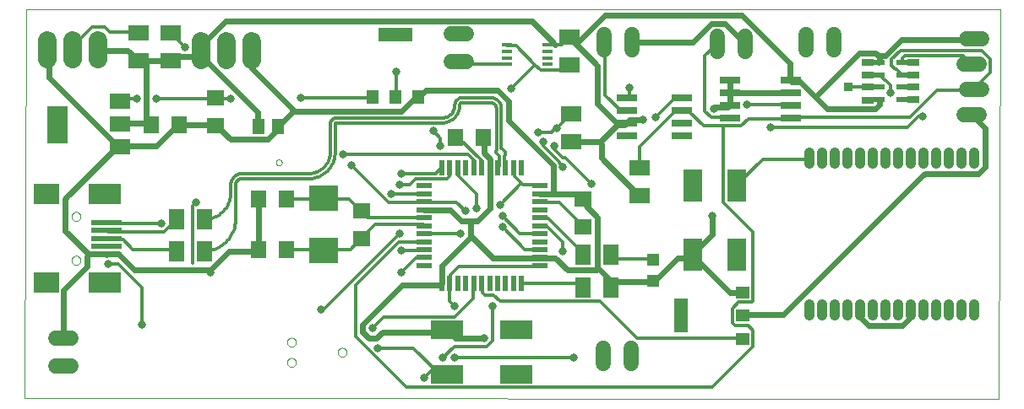
<source format=gtl>
G75*
%MOIN*%
%OFA0B0*%
%FSLAX24Y24*%
%IPPOS*%
%LPD*%
%AMOC8*
5,1,8,0,0,1.08239X$1,22.5*
%
%ADD10C,0.0000*%
%ADD11R,0.0512X0.0591*%
%ADD12R,0.0709X0.0630*%
%ADD13R,0.0197X0.0591*%
%ADD14R,0.0591X0.0197*%
%ADD15R,0.1250X0.0750*%
%ADD16R,0.0630X0.0709*%
%ADD17R,0.0710X0.0630*%
%ADD18R,0.1181X0.0984*%
%ADD19R,0.0984X0.0787*%
%ADD20R,0.1299X0.0787*%
%ADD21R,0.1220X0.0197*%
%ADD22R,0.0630X0.0787*%
%ADD23R,0.0790X0.0590*%
%ADD24R,0.0790X0.1500*%
%ADD25R,0.0750X0.1250*%
%ADD26C,0.0600*%
%ADD27R,0.0787X0.0630*%
%ADD28R,0.0800X0.0260*%
%ADD29R,0.0551X0.0472*%
%ADD30R,0.0551X0.1378*%
%ADD31R,0.0472X0.0551*%
%ADD32R,0.1378X0.0551*%
%ADD33R,0.0394X0.0177*%
%ADD34C,0.0413*%
%ADD35R,0.0472X0.0197*%
%ADD36R,0.0500X0.0250*%
%ADD37R,0.0472X0.0472*%
%ADD38C,0.0740*%
%ADD39C,0.0240*%
%ADD40C,0.0317*%
%ADD41C,0.0120*%
%ADD42R,0.0317X0.0317*%
D10*
X003060Y000249D02*
X003140Y015625D01*
X041550Y015625D01*
X041510Y000209D01*
X003060Y000249D01*
X004923Y005702D02*
X004925Y005728D01*
X004931Y005754D01*
X004941Y005779D01*
X004954Y005802D01*
X004970Y005822D01*
X004990Y005840D01*
X005012Y005855D01*
X005035Y005867D01*
X005061Y005875D01*
X005087Y005879D01*
X005113Y005879D01*
X005139Y005875D01*
X005165Y005867D01*
X005189Y005855D01*
X005210Y005840D01*
X005230Y005822D01*
X005246Y005802D01*
X005259Y005779D01*
X005269Y005754D01*
X005275Y005728D01*
X005277Y005702D01*
X005275Y005676D01*
X005269Y005650D01*
X005259Y005625D01*
X005246Y005602D01*
X005230Y005582D01*
X005210Y005564D01*
X005188Y005549D01*
X005165Y005537D01*
X005139Y005529D01*
X005113Y005525D01*
X005087Y005525D01*
X005061Y005529D01*
X005035Y005537D01*
X005011Y005549D01*
X004990Y005564D01*
X004970Y005582D01*
X004954Y005602D01*
X004941Y005625D01*
X004931Y005650D01*
X004925Y005676D01*
X004923Y005702D01*
X004923Y007435D02*
X004925Y007461D01*
X004931Y007487D01*
X004941Y007512D01*
X004954Y007535D01*
X004970Y007555D01*
X004990Y007573D01*
X005012Y007588D01*
X005035Y007600D01*
X005061Y007608D01*
X005087Y007612D01*
X005113Y007612D01*
X005139Y007608D01*
X005165Y007600D01*
X005189Y007588D01*
X005210Y007573D01*
X005230Y007555D01*
X005246Y007535D01*
X005259Y007512D01*
X005269Y007487D01*
X005275Y007461D01*
X005277Y007435D01*
X005275Y007409D01*
X005269Y007383D01*
X005259Y007358D01*
X005246Y007335D01*
X005230Y007315D01*
X005210Y007297D01*
X005188Y007282D01*
X005165Y007270D01*
X005139Y007262D01*
X005113Y007258D01*
X005087Y007258D01*
X005061Y007262D01*
X005035Y007270D01*
X005011Y007282D01*
X004990Y007297D01*
X004970Y007315D01*
X004954Y007335D01*
X004941Y007358D01*
X004931Y007383D01*
X004925Y007409D01*
X004923Y007435D01*
X012982Y009569D02*
X012984Y009590D01*
X012990Y009610D01*
X012999Y009630D01*
X013011Y009647D01*
X013026Y009661D01*
X013044Y009673D01*
X013064Y009681D01*
X013084Y009686D01*
X013105Y009687D01*
X013126Y009684D01*
X013146Y009678D01*
X013165Y009667D01*
X013182Y009654D01*
X013195Y009638D01*
X013206Y009620D01*
X013214Y009600D01*
X013218Y009580D01*
X013218Y009558D01*
X013214Y009538D01*
X013206Y009518D01*
X013195Y009500D01*
X013182Y009484D01*
X013165Y009471D01*
X013146Y009460D01*
X013126Y009454D01*
X013105Y009451D01*
X013084Y009452D01*
X013064Y009457D01*
X013044Y009465D01*
X013026Y009477D01*
X013011Y009491D01*
X012999Y009508D01*
X012990Y009528D01*
X012984Y009548D01*
X012982Y009569D01*
X013425Y002469D02*
X013427Y002495D01*
X013433Y002521D01*
X013442Y002545D01*
X013455Y002568D01*
X013472Y002588D01*
X013491Y002606D01*
X013513Y002621D01*
X013536Y002632D01*
X013561Y002640D01*
X013587Y002644D01*
X013613Y002644D01*
X013639Y002640D01*
X013664Y002632D01*
X013688Y002621D01*
X013709Y002606D01*
X013728Y002588D01*
X013745Y002568D01*
X013758Y002545D01*
X013767Y002521D01*
X013773Y002495D01*
X013775Y002469D01*
X013773Y002443D01*
X013767Y002417D01*
X013758Y002393D01*
X013745Y002370D01*
X013728Y002350D01*
X013709Y002332D01*
X013687Y002317D01*
X013664Y002306D01*
X013639Y002298D01*
X013613Y002294D01*
X013587Y002294D01*
X013561Y002298D01*
X013536Y002306D01*
X013512Y002317D01*
X013491Y002332D01*
X013472Y002350D01*
X013455Y002370D01*
X013442Y002393D01*
X013433Y002417D01*
X013427Y002443D01*
X013425Y002469D01*
X013425Y001669D02*
X013427Y001695D01*
X013433Y001721D01*
X013442Y001745D01*
X013455Y001768D01*
X013472Y001788D01*
X013491Y001806D01*
X013513Y001821D01*
X013536Y001832D01*
X013561Y001840D01*
X013587Y001844D01*
X013613Y001844D01*
X013639Y001840D01*
X013664Y001832D01*
X013688Y001821D01*
X013709Y001806D01*
X013728Y001788D01*
X013745Y001768D01*
X013758Y001745D01*
X013767Y001721D01*
X013773Y001695D01*
X013775Y001669D01*
X013773Y001643D01*
X013767Y001617D01*
X013758Y001593D01*
X013745Y001570D01*
X013728Y001550D01*
X013709Y001532D01*
X013687Y001517D01*
X013664Y001506D01*
X013639Y001498D01*
X013613Y001494D01*
X013587Y001494D01*
X013561Y001498D01*
X013536Y001506D01*
X013512Y001517D01*
X013491Y001532D01*
X013472Y001550D01*
X013455Y001570D01*
X013442Y001593D01*
X013433Y001617D01*
X013427Y001643D01*
X013425Y001669D01*
X015425Y002069D02*
X015427Y002095D01*
X015433Y002121D01*
X015442Y002145D01*
X015455Y002168D01*
X015472Y002188D01*
X015491Y002206D01*
X015513Y002221D01*
X015536Y002232D01*
X015561Y002240D01*
X015587Y002244D01*
X015613Y002244D01*
X015639Y002240D01*
X015664Y002232D01*
X015688Y002221D01*
X015709Y002206D01*
X015728Y002188D01*
X015745Y002168D01*
X015758Y002145D01*
X015767Y002121D01*
X015773Y002095D01*
X015775Y002069D01*
X015773Y002043D01*
X015767Y002017D01*
X015758Y001993D01*
X015745Y001970D01*
X015728Y001950D01*
X015709Y001932D01*
X015687Y001917D01*
X015664Y001906D01*
X015639Y001898D01*
X015613Y001894D01*
X015587Y001894D01*
X015561Y001898D01*
X015536Y001906D01*
X015512Y001917D01*
X015491Y001932D01*
X015472Y001950D01*
X015455Y001970D01*
X015442Y001993D01*
X015433Y002017D01*
X015427Y002043D01*
X015425Y002069D01*
D11*
X013054Y010989D03*
X012306Y010989D03*
D12*
X010600Y011017D03*
X010600Y012120D03*
X025100Y008120D03*
X025100Y007017D03*
D13*
X022675Y004785D03*
X022360Y004785D03*
X022045Y004785D03*
X021730Y004785D03*
X021415Y004785D03*
X021100Y004785D03*
X020785Y004785D03*
X020470Y004785D03*
X020155Y004785D03*
X019840Y004785D03*
X019525Y004785D03*
X019525Y009352D03*
X019840Y009352D03*
X020155Y009352D03*
X020470Y009352D03*
X020785Y009352D03*
X021100Y009352D03*
X021415Y009352D03*
X021730Y009352D03*
X022045Y009352D03*
X022360Y009352D03*
X022675Y009352D03*
D14*
X023383Y008643D03*
X023383Y008328D03*
X023383Y008014D03*
X023383Y007699D03*
X023383Y007384D03*
X023383Y007069D03*
X023383Y006754D03*
X023383Y006439D03*
X023383Y006124D03*
X023383Y005809D03*
X023383Y005494D03*
X018817Y005494D03*
X018817Y005809D03*
X018817Y006124D03*
X018817Y006439D03*
X018817Y006754D03*
X018817Y007069D03*
X018817Y007384D03*
X018817Y007699D03*
X018817Y008014D03*
X018817Y008328D03*
X018817Y008643D03*
D15*
X019725Y002944D03*
X019725Y001194D03*
X022475Y001194D03*
X022475Y002944D03*
D16*
X013411Y006109D03*
X012309Y006109D03*
X012309Y008109D03*
X013411Y008109D03*
X009151Y011069D03*
X008049Y011069D03*
X020074Y010549D03*
X021176Y010549D03*
D17*
X016360Y007668D03*
X016360Y006549D03*
D18*
X014860Y006099D03*
X014860Y008158D03*
D19*
X003919Y008321D03*
X003919Y004817D03*
D20*
X006242Y004817D03*
X006242Y008321D03*
D21*
X006281Y007199D03*
X006281Y006884D03*
X006281Y006569D03*
X006281Y006254D03*
X006281Y005939D03*
D22*
X009049Y006069D03*
X010151Y006069D03*
X010151Y007319D03*
X009049Y007319D03*
X025109Y005909D03*
X026211Y005909D03*
X026211Y004629D03*
X025109Y004629D03*
D23*
X006840Y010179D03*
X006840Y011079D03*
X006840Y011979D03*
D24*
X004360Y011069D03*
D25*
X029415Y008664D03*
X031165Y008664D03*
X031165Y005914D03*
X029415Y005914D03*
D26*
X027010Y002229D02*
X027010Y001629D01*
X025910Y001629D02*
X025910Y002229D01*
X040120Y011469D02*
X040720Y011469D01*
X040820Y012469D02*
X040220Y012469D01*
X040120Y013469D02*
X040720Y013469D01*
X040820Y014469D02*
X040220Y014469D01*
X034990Y014629D02*
X034990Y014029D01*
X033890Y014029D02*
X033890Y014629D01*
X031490Y014549D02*
X031490Y013949D01*
X030390Y013949D02*
X030390Y014549D01*
X027030Y014629D02*
X027030Y014029D01*
X025930Y014029D02*
X025930Y014629D01*
X020500Y014659D02*
X019900Y014659D01*
X019900Y013559D02*
X020500Y013559D01*
X004900Y002619D02*
X004300Y002619D01*
X004300Y001519D02*
X004900Y001519D01*
D27*
X007580Y013597D03*
X007580Y014700D03*
X008820Y014700D03*
X008820Y013597D03*
X024580Y013437D03*
X024580Y014540D03*
X024620Y011480D03*
X024620Y010377D03*
X027320Y009360D03*
X027320Y008257D03*
D28*
X026830Y010629D03*
X026830Y011129D03*
X026830Y011629D03*
X026830Y012129D03*
X029000Y012129D03*
X029000Y011629D03*
X029000Y011129D03*
X029000Y010629D03*
X030890Y011309D03*
X030890Y011809D03*
X030890Y012309D03*
X030890Y012809D03*
X033310Y012809D03*
X033310Y012309D03*
X033310Y011809D03*
X033310Y011309D03*
D29*
X031400Y004418D03*
X031400Y003509D03*
X031400Y002599D03*
D30*
X028960Y003509D03*
D31*
X018610Y012169D03*
X017700Y012169D03*
X016790Y012169D03*
D32*
X017700Y014609D03*
D33*
X022093Y014212D03*
X022093Y013957D03*
X022093Y013701D03*
X022093Y013445D03*
X023707Y013445D03*
X023707Y013701D03*
X023707Y013957D03*
X023707Y014212D03*
D34*
X034035Y009950D02*
X034035Y009537D01*
X034535Y009537D02*
X034535Y009950D01*
X035035Y009950D02*
X035035Y009537D01*
X035535Y009537D02*
X035535Y009950D01*
X036035Y009950D02*
X036035Y009537D01*
X036535Y009537D02*
X036535Y009950D01*
X037035Y009950D02*
X037035Y009537D01*
X037535Y009537D02*
X037535Y009950D01*
X038035Y009950D02*
X038035Y009537D01*
X038535Y009537D02*
X038535Y009950D01*
X039035Y009950D02*
X039035Y009537D01*
X039535Y009537D02*
X039535Y009950D01*
X040035Y009950D02*
X040035Y009537D01*
X040535Y009537D02*
X040535Y009950D01*
X040535Y003950D02*
X040535Y003537D01*
X040035Y003537D02*
X040035Y003950D01*
X039535Y003950D02*
X039535Y003537D01*
X039035Y003537D02*
X039035Y003950D01*
X038535Y003950D02*
X038535Y003537D01*
X038035Y003537D02*
X038035Y003950D01*
X037535Y003950D02*
X037535Y003537D01*
X037035Y003537D02*
X037035Y003950D01*
X036535Y003950D02*
X036535Y003537D01*
X036035Y003537D02*
X036035Y003950D01*
X035535Y003950D02*
X035535Y003537D01*
X035035Y003537D02*
X035035Y003950D01*
X034535Y003950D02*
X034535Y003537D01*
X034035Y003537D02*
X034035Y003950D01*
D35*
X036748Y012050D03*
X036748Y012543D03*
X036748Y013035D03*
X036748Y013527D03*
X037692Y013527D03*
X037692Y013035D03*
X037692Y012543D03*
X037692Y012050D03*
D36*
X038122Y012041D03*
X038125Y012546D03*
X038126Y013027D03*
X038131Y013524D03*
X036320Y013527D03*
X036316Y013029D03*
X036322Y012549D03*
X036329Y012040D03*
D37*
X027860Y005722D03*
X027860Y004895D03*
D38*
X012020Y013619D02*
X012020Y014359D01*
X011020Y014359D02*
X011020Y013619D01*
X010020Y013619D02*
X010020Y014359D01*
X005980Y014399D02*
X005980Y013659D01*
X004980Y013659D02*
X004980Y014399D01*
X003980Y014399D02*
X003980Y013659D01*
D39*
X004026Y013987D02*
X003980Y014029D01*
X004026Y013987D02*
X004026Y012915D01*
X006756Y010185D01*
X006840Y010179D01*
X006659Y010136D01*
X004709Y008186D01*
X004660Y008089D01*
X004660Y006870D01*
X005586Y005944D01*
X005538Y005846D01*
X005538Y005456D01*
X004611Y004530D01*
X004611Y002629D01*
X004600Y002619D01*
X007390Y005310D02*
X006756Y005944D01*
X006366Y005944D01*
X006281Y005939D01*
X006269Y005944D01*
X005586Y005944D01*
X007390Y005310D02*
X010413Y005310D01*
X010413Y005212D01*
X010413Y005310D02*
X011144Y006041D01*
X012216Y006041D01*
X012309Y006109D01*
X012314Y006139D01*
X012314Y008089D01*
X012309Y008109D01*
X012655Y010477D02*
X011193Y010477D01*
X010705Y010965D01*
X010600Y011017D01*
X010559Y011062D01*
X009194Y011062D01*
X009151Y011069D01*
X009048Y011014D01*
X008268Y010234D01*
X006951Y010234D01*
X006840Y010179D01*
X006854Y010185D01*
X006840Y011079D02*
X006854Y011111D01*
X008024Y011111D01*
X008049Y011069D01*
X007878Y011209D01*
X007878Y013500D01*
X007580Y013597D01*
X007488Y013646D01*
X007146Y013987D01*
X006025Y013987D01*
X005980Y014029D01*
X007580Y013597D02*
X007585Y013597D01*
X008804Y013597D01*
X008820Y013597D01*
X008901Y013646D01*
X008999Y013744D01*
X009925Y013744D01*
X010020Y013989D01*
X010071Y014085D01*
X010071Y014231D01*
X010998Y015157D01*
X023088Y015157D01*
X024014Y014231D01*
X024014Y014212D01*
X024599Y014475D02*
X024580Y014540D01*
X024891Y014329D01*
X025964Y015401D01*
X031375Y015401D01*
X033276Y013500D01*
X033276Y012915D01*
X033310Y012809D01*
X033325Y012769D01*
X033666Y012769D01*
X034276Y012159D01*
X036006Y013890D01*
X036640Y013890D01*
X036786Y013744D01*
X036884Y013792D01*
X037030Y013792D01*
X037664Y014426D01*
X040491Y014426D01*
X040520Y014469D01*
X040420Y011469D02*
X040443Y011452D01*
X040979Y010916D01*
X040979Y009405D01*
X040686Y009112D01*
X038590Y009112D01*
X038493Y009064D01*
X032984Y003555D01*
X031424Y003555D01*
X031400Y003509D01*
X031400Y004418D02*
X031424Y004432D01*
X030888Y004432D01*
X029425Y005895D01*
X029415Y005914D01*
X029474Y005992D01*
X030205Y006724D01*
X030205Y007455D01*
X029415Y005914D02*
X029230Y005797D01*
X028840Y005797D01*
X027963Y004920D01*
X027860Y004895D01*
X027816Y004871D01*
X026451Y004871D01*
X026256Y004676D01*
X026211Y004629D01*
X026256Y004822D01*
X025671Y005407D01*
X025623Y005310D01*
X024501Y005310D01*
X024014Y005797D01*
X023478Y005797D01*
X023383Y005809D01*
X023380Y005797D01*
X021528Y005797D01*
X020748Y006577D01*
X020650Y006626D01*
X020650Y007260D01*
X020309Y007260D01*
X019870Y007699D01*
X018846Y007699D01*
X018817Y007699D01*
X020650Y007260D02*
X020943Y007260D01*
X021430Y007747D01*
X021430Y009307D01*
X021415Y009352D01*
X021430Y009454D01*
X021430Y009697D01*
X021186Y009941D01*
X021186Y010526D01*
X021176Y010549D01*
X022161Y011209D02*
X022161Y011989D01*
X021723Y012427D01*
X018895Y012427D01*
X018700Y012232D01*
X018610Y012169D01*
X018603Y012135D01*
X018456Y012135D01*
X017920Y011599D01*
X013679Y011599D01*
X013630Y011696D01*
X012021Y013305D01*
X012021Y013987D01*
X012020Y013989D01*
X010023Y013987D02*
X010023Y013792D01*
X012265Y011550D01*
X012265Y011014D01*
X012306Y010989D01*
X012655Y010477D02*
X012996Y010819D01*
X012996Y010916D01*
X013054Y010989D01*
X013094Y011014D01*
X013679Y011599D01*
X010023Y013987D02*
X010020Y013989D01*
X019529Y005505D02*
X020650Y006626D01*
X019529Y005505D02*
X019529Y004822D01*
X019525Y004785D01*
X019431Y004725D01*
X017969Y004725D01*
X016409Y003165D01*
X016409Y002872D01*
X016653Y002629D01*
X016945Y002629D01*
X017189Y002872D01*
X019626Y002872D01*
X019725Y002944D01*
X019773Y002921D01*
X020065Y002629D01*
X021186Y002629D01*
X025671Y005407D02*
X025671Y007406D01*
X025184Y007894D01*
X025184Y008040D01*
X025100Y008120D01*
X025086Y008137D01*
X024891Y008332D01*
X023916Y008332D01*
X023916Y009454D01*
X022161Y011209D01*
X024620Y010377D02*
X024648Y010380D01*
X025769Y010380D01*
X025818Y010282D01*
X025818Y009746D01*
X027280Y008284D01*
X027320Y008257D01*
X025769Y010380D02*
X026451Y011062D01*
X026403Y011160D01*
X025671Y011891D01*
X025671Y013402D01*
X024599Y014475D01*
X027030Y014329D02*
X029425Y014329D01*
X030156Y015060D01*
X030693Y015060D01*
X031473Y014280D01*
X031490Y014249D01*
X030890Y012809D02*
X030888Y012769D01*
X030888Y012427D01*
X030890Y012309D01*
X030985Y012330D01*
X033276Y012330D01*
X033310Y012309D01*
X034276Y012159D02*
X034739Y011696D01*
X036640Y011696D01*
X036786Y011842D01*
X036786Y012037D01*
X036748Y012050D01*
X036748Y013527D02*
X036786Y013549D01*
X036786Y013744D01*
X030890Y012309D02*
X030888Y012281D01*
X030888Y011842D01*
X030890Y011809D01*
X030790Y011745D01*
X030303Y011745D01*
X030254Y011696D01*
X027475Y011257D02*
X026939Y011257D01*
X026841Y011160D01*
X026830Y011129D01*
X026744Y011062D01*
X026451Y011062D01*
X023916Y008332D02*
X023429Y008332D01*
X023383Y008328D01*
X029328Y005846D02*
X029415Y005914D01*
X036035Y003744D02*
X036055Y003701D01*
X036055Y003409D01*
X036348Y003116D01*
X037713Y003116D01*
X038005Y003409D01*
X038005Y003701D01*
X038035Y003744D01*
D40*
X030205Y007455D03*
X032496Y010965D03*
X031570Y011842D03*
X030254Y011696D03*
X027963Y011355D03*
X027475Y011257D03*
X026939Y012525D03*
X024063Y010916D03*
X023331Y010770D03*
X023526Y010380D03*
X023965Y010234D03*
X024306Y009405D03*
X025428Y008722D03*
X021820Y007894D03*
X021918Y007455D03*
X021918Y007016D03*
X020894Y007747D03*
X020455Y007650D03*
X020260Y006772D03*
X017871Y006772D03*
X017920Y006090D03*
X017920Y005212D03*
X020016Y003896D03*
X021528Y003896D03*
X021186Y002629D03*
X020016Y001849D03*
X019578Y001849D03*
X018846Y001069D03*
X016994Y002239D03*
X016799Y003019D03*
X014751Y003750D03*
X010413Y005212D03*
X008463Y007162D03*
X009828Y007991D03*
X006366Y005554D03*
X007683Y003165D03*
X015970Y009454D03*
X015629Y009892D03*
X017920Y009112D03*
X017871Y008674D03*
X017530Y008332D03*
X019480Y010234D03*
X019188Y010819D03*
X017725Y013159D03*
X013971Y012135D03*
X011193Y012086D03*
X009389Y014134D03*
X008268Y012086D03*
X007488Y012086D03*
X022259Y012476D03*
X024306Y006041D03*
X024745Y001849D03*
X038493Y011404D03*
X037225Y012330D03*
D41*
X037225Y012622D01*
X037030Y012817D01*
X036981Y012817D01*
X036786Y013012D01*
X036748Y013035D01*
X036748Y012543D02*
X035586Y012543D01*
X035580Y012549D01*
X037274Y013402D02*
X037274Y013646D01*
X037615Y013987D01*
X040833Y013987D01*
X041174Y013646D01*
X041174Y013110D01*
X040540Y012476D01*
X040520Y012469D01*
X040491Y012427D01*
X039078Y012427D01*
X038005Y011355D01*
X033325Y011355D01*
X033310Y011309D01*
X033276Y011306D01*
X031619Y011306D01*
X031326Y011014D01*
X030644Y011014D01*
X030644Y007991D01*
X031814Y006821D01*
X031814Y004091D01*
X031765Y004042D01*
X031229Y004042D01*
X030985Y003799D01*
X030985Y003214D01*
X031083Y003116D01*
X031619Y003116D01*
X031814Y002921D01*
X031814Y002287D01*
X030205Y000679D01*
X018115Y000679D01*
X016116Y002677D01*
X016116Y004725D01*
X017823Y006431D01*
X018798Y006431D01*
X018817Y006439D01*
X018817Y006754D02*
X018846Y006772D01*
X020260Y006772D01*
X020455Y007650D02*
X020114Y007991D01*
X018846Y007991D01*
X018817Y008014D01*
X018798Y007991D01*
X017433Y007991D01*
X015970Y009454D01*
X015629Y009892D02*
X020553Y009892D01*
X020796Y009649D01*
X020796Y009356D01*
X020785Y009352D01*
X021089Y009356D02*
X021100Y009352D01*
X021089Y009356D02*
X021089Y009649D01*
X020211Y010526D01*
X020114Y010526D01*
X020074Y010549D01*
X019480Y010526D02*
X019480Y010234D01*
X019480Y010526D02*
X019188Y010819D01*
X019540Y011131D02*
X015380Y011131D01*
X015380Y011132D02*
X015366Y011130D01*
X015353Y011126D01*
X015341Y011118D01*
X015331Y011108D01*
X015323Y011096D01*
X015319Y011083D01*
X015317Y011069D01*
X015318Y011069D02*
X015318Y009949D01*
X015123Y009949D02*
X015123Y011069D01*
X015122Y011069D02*
X015124Y011100D01*
X015129Y011131D01*
X015139Y011160D01*
X015152Y011189D01*
X015168Y011216D01*
X015187Y011240D01*
X015209Y011262D01*
X015233Y011281D01*
X015260Y011297D01*
X015289Y011310D01*
X015318Y011320D01*
X015349Y011325D01*
X015380Y011327D01*
X015380Y011326D02*
X019540Y011326D01*
X019540Y011131D02*
X019590Y011133D01*
X019639Y011138D01*
X019688Y011147D01*
X019737Y011159D01*
X019784Y011175D01*
X019830Y011194D01*
X019875Y011216D01*
X019917Y011242D01*
X019958Y011270D01*
X019997Y011301D01*
X020034Y011335D01*
X020068Y011372D01*
X020099Y011411D01*
X020127Y011452D01*
X020153Y011494D01*
X020175Y011539D01*
X020194Y011585D01*
X020210Y011632D01*
X020222Y011681D01*
X020231Y011730D01*
X020236Y011779D01*
X020238Y011829D01*
X020237Y011829D02*
X020239Y011847D01*
X020243Y011864D01*
X020251Y011881D01*
X020261Y011895D01*
X020274Y011908D01*
X020289Y011918D01*
X020305Y011926D01*
X020322Y011930D01*
X020340Y011932D01*
X020340Y011931D02*
X021460Y011931D01*
X021460Y012126D02*
X020340Y012126D01*
X020340Y012127D02*
X020307Y012125D01*
X020274Y012120D01*
X020242Y012110D01*
X020211Y012097D01*
X020181Y012081D01*
X020154Y012062D01*
X020129Y012040D01*
X020107Y012015D01*
X020088Y011988D01*
X020072Y011958D01*
X020059Y011927D01*
X020049Y011895D01*
X020044Y011862D01*
X020042Y011829D01*
X020043Y011829D02*
X020041Y011785D01*
X020035Y011742D01*
X020026Y011699D01*
X020013Y011657D01*
X019996Y011616D01*
X019976Y011578D01*
X019952Y011540D01*
X019925Y011506D01*
X019896Y011473D01*
X019863Y011444D01*
X019829Y011417D01*
X019792Y011393D01*
X019753Y011373D01*
X019712Y011356D01*
X019670Y011343D01*
X019627Y011334D01*
X019584Y011328D01*
X019540Y011326D01*
X021460Y011932D02*
X021489Y011930D01*
X021518Y011924D01*
X021545Y011915D01*
X021572Y011902D01*
X021596Y011886D01*
X021618Y011867D01*
X021637Y011845D01*
X021653Y011821D01*
X021666Y011794D01*
X021675Y011767D01*
X021681Y011738D01*
X021683Y011709D01*
X021683Y010069D01*
X021674Y010039D01*
X021674Y009941D01*
X021771Y009844D01*
X021803Y009829D01*
X021803Y009425D01*
X021771Y009405D01*
X021771Y009356D01*
X021730Y009352D01*
X021998Y009399D02*
X021998Y009829D01*
X022015Y009844D01*
X022015Y009990D01*
X021918Y010087D01*
X021878Y010109D01*
X021878Y011709D01*
X021876Y011748D01*
X021871Y011786D01*
X021862Y011823D01*
X021850Y011860D01*
X021834Y011895D01*
X021815Y011929D01*
X021794Y011961D01*
X021769Y011991D01*
X021742Y012018D01*
X021712Y012043D01*
X021680Y012064D01*
X021646Y012083D01*
X021611Y012099D01*
X021574Y012111D01*
X021537Y012120D01*
X021499Y012125D01*
X021460Y012127D01*
X022259Y012476D02*
X023209Y013427D01*
X022454Y014182D01*
X022113Y014182D01*
X022093Y014212D01*
X022064Y013451D02*
X022093Y013445D01*
X022015Y013451D01*
X020358Y013451D01*
X020200Y013559D01*
X020211Y013549D01*
X020309Y013451D01*
X017725Y013159D02*
X017725Y012184D01*
X017700Y012169D01*
X016790Y012169D02*
X016750Y012135D01*
X013971Y012135D01*
X011193Y012086D02*
X010608Y012086D01*
X010600Y012120D01*
X010559Y012086D01*
X008268Y012086D01*
X007488Y012086D02*
X006951Y012086D01*
X006854Y011989D01*
X006840Y011979D01*
X005001Y014036D02*
X004980Y014029D01*
X005001Y014036D02*
X005001Y014182D01*
X005733Y014914D01*
X006220Y014914D01*
X006415Y014719D01*
X007536Y014719D01*
X007580Y014700D01*
X008820Y014700D02*
X008853Y014670D01*
X009389Y014134D01*
X014300Y008931D02*
X014361Y008933D01*
X014423Y008938D01*
X014483Y008948D01*
X014544Y008961D01*
X014603Y008977D01*
X014661Y008997D01*
X014718Y009021D01*
X014773Y009048D01*
X014827Y009078D01*
X014878Y009111D01*
X014928Y009148D01*
X014975Y009187D01*
X015020Y009229D01*
X015062Y009274D01*
X015101Y009321D01*
X015138Y009371D01*
X015171Y009422D01*
X015201Y009476D01*
X015228Y009531D01*
X015252Y009588D01*
X015272Y009646D01*
X015288Y009705D01*
X015301Y009766D01*
X015311Y009826D01*
X015316Y009888D01*
X015318Y009949D01*
X015123Y009949D02*
X015121Y009893D01*
X015115Y009837D01*
X015106Y009782D01*
X015092Y009727D01*
X015075Y009673D01*
X015055Y009621D01*
X015031Y009570D01*
X015003Y009521D01*
X014972Y009474D01*
X014938Y009430D01*
X014901Y009387D01*
X014862Y009348D01*
X014819Y009311D01*
X014775Y009277D01*
X014728Y009246D01*
X014679Y009218D01*
X014628Y009194D01*
X014576Y009174D01*
X014522Y009157D01*
X014467Y009143D01*
X014412Y009134D01*
X014356Y009128D01*
X014300Y009126D01*
X011660Y009126D01*
X011660Y008931D02*
X014300Y008931D01*
X014860Y008158D02*
X014898Y008137D01*
X015873Y008137D01*
X016311Y007699D01*
X016360Y007668D01*
X016360Y007650D01*
X016604Y007406D01*
X018798Y007406D01*
X018817Y007384D01*
X018798Y007114D02*
X018817Y007069D01*
X018798Y007114D02*
X016896Y007114D01*
X016360Y006577D01*
X016360Y006549D01*
X016311Y006529D01*
X015921Y006139D01*
X014898Y006139D01*
X014860Y006099D01*
X014849Y006139D01*
X013435Y006139D01*
X013411Y006109D01*
X011398Y007315D02*
X011398Y008669D01*
X011203Y008669D02*
X011203Y008370D01*
X011397Y008669D02*
X011399Y008701D01*
X011405Y008732D01*
X011414Y008762D01*
X011427Y008791D01*
X011444Y008818D01*
X011463Y008843D01*
X011486Y008866D01*
X011511Y008885D01*
X011538Y008902D01*
X011567Y008915D01*
X011597Y008924D01*
X011628Y008930D01*
X011660Y008932D01*
X011660Y009127D02*
X011620Y009125D01*
X011580Y009120D01*
X011541Y009111D01*
X011503Y009099D01*
X011466Y009084D01*
X011431Y009066D01*
X011397Y009044D01*
X011366Y009020D01*
X011336Y008993D01*
X011309Y008963D01*
X011285Y008932D01*
X011263Y008898D01*
X011245Y008863D01*
X011230Y008826D01*
X011218Y008788D01*
X011209Y008749D01*
X011204Y008709D01*
X011202Y008669D01*
X011202Y008370D02*
X011200Y008307D01*
X011194Y008243D01*
X011185Y008181D01*
X011171Y008118D01*
X011154Y008057D01*
X011134Y007997D01*
X011109Y007939D01*
X011082Y007882D01*
X011050Y007826D01*
X011016Y007773D01*
X010978Y007722D01*
X010938Y007673D01*
X010894Y007627D01*
X010848Y007583D01*
X010799Y007543D01*
X010748Y007505D01*
X010695Y007471D01*
X010639Y007439D01*
X010582Y007412D01*
X010524Y007387D01*
X010464Y007367D01*
X010403Y007350D01*
X010340Y007336D01*
X010278Y007327D01*
X010214Y007321D01*
X010151Y007319D01*
X011397Y007315D02*
X011395Y007245D01*
X011389Y007175D01*
X011379Y007106D01*
X011366Y007038D01*
X011348Y006970D01*
X011327Y006903D01*
X011302Y006838D01*
X011274Y006774D01*
X011242Y006712D01*
X011206Y006652D01*
X011167Y006594D01*
X011125Y006538D01*
X011080Y006485D01*
X011032Y006434D01*
X010981Y006386D01*
X010928Y006341D01*
X010872Y006299D01*
X010814Y006260D01*
X010754Y006224D01*
X010692Y006192D01*
X010628Y006164D01*
X010563Y006139D01*
X010496Y006118D01*
X010428Y006100D01*
X010360Y006087D01*
X010291Y006077D01*
X010221Y006071D01*
X010151Y006069D01*
X009681Y005602D02*
X009681Y007845D01*
X009828Y007991D01*
X009049Y007319D02*
X008999Y007260D01*
X008560Y006821D01*
X006366Y006821D01*
X006318Y006870D01*
X006281Y006884D01*
X006318Y007162D02*
X006281Y007199D01*
X006318Y007162D02*
X008463Y007162D01*
X009020Y007309D02*
X009049Y007319D01*
X008999Y006139D02*
X007341Y006139D01*
X006951Y006529D01*
X006318Y006529D01*
X006281Y006569D01*
X006366Y005554D02*
X006756Y005554D01*
X007683Y004627D01*
X007683Y003165D01*
X009049Y006069D02*
X008999Y006139D01*
X009020Y006109D02*
X009049Y006069D01*
X013411Y008109D02*
X013435Y008137D01*
X014849Y008137D01*
X014860Y008158D01*
X017530Y008332D02*
X018798Y008332D01*
X018817Y008328D01*
X018261Y008674D02*
X018505Y008917D01*
X019724Y008917D01*
X019821Y009015D01*
X019821Y009307D01*
X019840Y009352D01*
X019525Y009352D02*
X019480Y009307D01*
X019285Y009112D01*
X017920Y009112D01*
X017871Y008674D02*
X018261Y008674D01*
X020163Y009064D02*
X020163Y009307D01*
X020155Y009352D01*
X020163Y009064D02*
X020894Y008332D01*
X020894Y007747D01*
X021820Y007894D02*
X022673Y008747D01*
X022405Y009015D01*
X022405Y009307D01*
X022360Y009352D01*
X022045Y009352D02*
X022033Y009354D01*
X022022Y009358D01*
X022012Y009366D01*
X022004Y009376D01*
X022000Y009387D01*
X021998Y009399D01*
X022673Y008747D02*
X022746Y008674D01*
X023380Y008674D01*
X023383Y008643D01*
X023383Y008014D02*
X023429Y007991D01*
X024160Y007991D01*
X025086Y007065D01*
X025100Y007017D01*
X024306Y006431D02*
X024306Y006041D01*
X024306Y006431D02*
X023673Y007065D01*
X023429Y007065D01*
X023383Y007069D01*
X023429Y007357D02*
X023383Y007384D01*
X023429Y007357D02*
X023721Y007357D01*
X025135Y005944D01*
X025109Y005909D01*
X026211Y005909D02*
X026256Y005895D01*
X026403Y005749D01*
X027816Y005749D01*
X027860Y005722D01*
X025769Y004091D02*
X021820Y004091D01*
X021576Y004335D01*
X021235Y004335D01*
X021138Y004432D01*
X021138Y004774D01*
X021100Y004785D01*
X020785Y004785D02*
X020748Y004774D01*
X020748Y004189D01*
X020016Y003457D01*
X017238Y003457D01*
X016799Y003019D01*
X016994Y002239D02*
X018408Y002239D01*
X019431Y001215D01*
X019724Y001215D01*
X019725Y001194D01*
X019188Y001410D01*
X018846Y001069D01*
X019578Y001849D02*
X020016Y002287D01*
X021284Y002287D01*
X021528Y002531D01*
X021528Y003896D01*
X022675Y004785D02*
X022698Y004774D01*
X024989Y004774D01*
X025086Y004676D01*
X025109Y004629D01*
X025769Y004091D02*
X027231Y002629D01*
X031375Y002629D01*
X031400Y002599D01*
X024745Y001849D02*
X020016Y001849D01*
X020016Y003896D02*
X019821Y004091D01*
X019821Y004725D01*
X019840Y004785D01*
X019870Y004822D01*
X019870Y005115D01*
X020211Y005456D01*
X023380Y005456D01*
X023383Y005494D01*
X023383Y006124D02*
X023380Y006139D01*
X022795Y006139D01*
X021918Y007016D01*
X021918Y007455D02*
X022600Y006772D01*
X023380Y006772D01*
X023383Y006754D01*
X025428Y008722D02*
X024404Y009746D01*
X024306Y009746D01*
X023965Y010087D01*
X023965Y010234D01*
X023526Y010234D02*
X023526Y010380D01*
X023526Y010234D02*
X024160Y009600D01*
X024160Y009551D01*
X024306Y009405D01*
X023868Y010770D02*
X023331Y010770D01*
X023868Y010770D02*
X024014Y010916D01*
X024063Y010916D01*
X024599Y011452D01*
X024620Y011480D01*
X025964Y012232D02*
X025964Y014329D01*
X025930Y014329D01*
X024580Y014540D02*
X024253Y014212D01*
X024014Y014212D01*
X023707Y014212D01*
X023209Y013427D02*
X023429Y013207D01*
X024355Y013207D01*
X024550Y013402D01*
X024580Y013437D01*
X025964Y012232D02*
X026549Y011647D01*
X026793Y011647D01*
X026830Y011629D01*
X026830Y012129D02*
X026841Y012135D01*
X026939Y012232D01*
X026939Y012525D01*
X027963Y011355D02*
X028694Y012086D01*
X028986Y012086D01*
X029000Y012129D01*
X029000Y011629D02*
X029035Y011599D01*
X029279Y011599D01*
X029864Y011014D01*
X030644Y011014D01*
X030890Y011309D02*
X030888Y011355D01*
X030156Y011355D01*
X029913Y011599D01*
X029913Y013792D01*
X030351Y014231D01*
X030390Y014249D01*
X031570Y011842D02*
X033276Y011842D01*
X033310Y011809D01*
X032496Y010965D02*
X037908Y010965D01*
X038346Y011404D01*
X038493Y011404D01*
X037692Y013035D02*
X037664Y013061D01*
X037469Y013256D01*
X037420Y013256D01*
X037274Y013402D01*
X037692Y013527D02*
X037713Y013549D01*
X037713Y013695D01*
X037810Y013792D01*
X040101Y013792D01*
X040394Y013500D01*
X040420Y013469D01*
X034035Y009744D02*
X034008Y009697D01*
X032204Y009697D01*
X031180Y008674D01*
X031165Y008664D01*
X028743Y011599D02*
X027329Y010185D01*
X027329Y009405D01*
X027320Y009360D01*
X028743Y011599D02*
X028986Y011599D01*
X029000Y011629D01*
X018817Y006124D02*
X018798Y006090D01*
X017920Y006090D01*
X018505Y005797D02*
X017920Y005212D01*
X018505Y005797D02*
X018798Y005797D01*
X018817Y005809D01*
X017871Y006772D02*
X014849Y003750D01*
X014751Y003750D01*
D42*
X035580Y012549D03*
M02*

</source>
